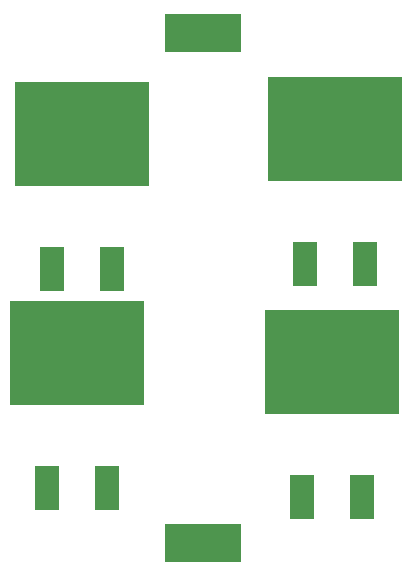
<source format=gbr>
G04 EAGLE Gerber RS-274X export*
G75*
%MOMM*%
%FSLAX34Y34*%
%LPD*%
%INSolderpaste Top*%
%IPPOS*%
%AMOC8*
5,1,8,0,0,1.08239X$1,22.5*%
G01*
G04 Define Apertures*
%ADD10R,6.451600X3.251200*%
%ADD11R,2.080000X3.810000*%
%ADD12R,11.430000X8.890000*%
D10*
X0Y-215900D03*
X0Y215900D03*
D11*
X83820Y-177040D03*
D12*
X109220Y-62740D03*
D11*
X134620Y-177040D03*
X-132080Y-169420D03*
D12*
X-106680Y-55120D03*
D11*
X-81280Y-169420D03*
X86360Y20064D03*
D12*
X111760Y134364D03*
D11*
X137160Y20064D03*
X-128270Y16000D03*
D12*
X-102870Y130300D03*
D11*
X-77470Y16000D03*
M02*

</source>
